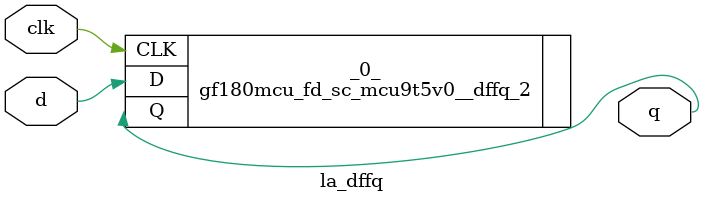
<source format=v>

/* Generated by Yosys 0.37 (git sha1 a5c7f69ed, clang 14.0.0-1ubuntu1.1 -fPIC -Os) */

module la_dffq(d, clk, q);
  input clk;
  wire clk;
  input d;
  wire d;
  output q;
  wire q;
  gf180mcu_fd_sc_mcu9t5v0__dffq_2 _0_ (
    .CLK(clk),
    .D(d),
    .Q(q)
  );
endmodule

</source>
